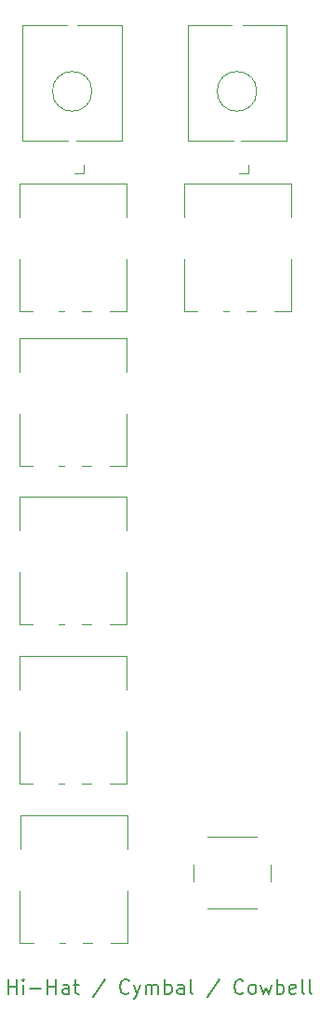
<source format=gbr>
%TF.GenerationSoftware,KiCad,Pcbnew,(6.0.0-0)*%
%TF.CreationDate,2022-12-14T00:02:15-05:00*%
%TF.ProjectId,ht-hat-cymbal-cowbell,68742d68-6174-42d6-9379-6d62616c2d63,rev?*%
%TF.SameCoordinates,Original*%
%TF.FileFunction,Legend,Top*%
%TF.FilePolarity,Positive*%
%FSLAX46Y46*%
G04 Gerber Fmt 4.6, Leading zero omitted, Abs format (unit mm)*
G04 Created by KiCad (PCBNEW (6.0.0-0)) date 2022-12-14 00:02:15*
%MOMM*%
%LPD*%
G01*
G04 APERTURE LIST*
%ADD10C,0.150000*%
%ADD11C,0.120000*%
G04 APERTURE END LIST*
D10*
X53567142Y-135208095D02*
X53567142Y-133908095D01*
X53567142Y-134527142D02*
X54310000Y-134527142D01*
X54310000Y-135208095D02*
X54310000Y-133908095D01*
X54929047Y-135208095D02*
X54929047Y-134341428D01*
X54929047Y-133908095D02*
X54867142Y-133970000D01*
X54929047Y-134031904D01*
X54990952Y-133970000D01*
X54929047Y-133908095D01*
X54929047Y-134031904D01*
X55548095Y-134712857D02*
X56538571Y-134712857D01*
X57157619Y-135208095D02*
X57157619Y-133908095D01*
X57157619Y-134527142D02*
X57900476Y-134527142D01*
X57900476Y-135208095D02*
X57900476Y-133908095D01*
X59076666Y-135208095D02*
X59076666Y-134527142D01*
X59014761Y-134403333D01*
X58890952Y-134341428D01*
X58643333Y-134341428D01*
X58519523Y-134403333D01*
X59076666Y-135146190D02*
X58952857Y-135208095D01*
X58643333Y-135208095D01*
X58519523Y-135146190D01*
X58457619Y-135022380D01*
X58457619Y-134898571D01*
X58519523Y-134774761D01*
X58643333Y-134712857D01*
X58952857Y-134712857D01*
X59076666Y-134650952D01*
X59510000Y-134341428D02*
X60005238Y-134341428D01*
X59695714Y-133908095D02*
X59695714Y-135022380D01*
X59757619Y-135146190D01*
X59881428Y-135208095D01*
X60005238Y-135208095D01*
X62357619Y-133846190D02*
X61243333Y-135517619D01*
X64524285Y-135084285D02*
X64462380Y-135146190D01*
X64276666Y-135208095D01*
X64152857Y-135208095D01*
X63967142Y-135146190D01*
X63843333Y-135022380D01*
X63781428Y-134898571D01*
X63719523Y-134650952D01*
X63719523Y-134465238D01*
X63781428Y-134217619D01*
X63843333Y-134093809D01*
X63967142Y-133970000D01*
X64152857Y-133908095D01*
X64276666Y-133908095D01*
X64462380Y-133970000D01*
X64524285Y-134031904D01*
X64957619Y-134341428D02*
X65267142Y-135208095D01*
X65576666Y-134341428D02*
X65267142Y-135208095D01*
X65143333Y-135517619D01*
X65081428Y-135579523D01*
X64957619Y-135641428D01*
X66071904Y-135208095D02*
X66071904Y-134341428D01*
X66071904Y-134465238D02*
X66133809Y-134403333D01*
X66257619Y-134341428D01*
X66443333Y-134341428D01*
X66567142Y-134403333D01*
X66629047Y-134527142D01*
X66629047Y-135208095D01*
X66629047Y-134527142D02*
X66690952Y-134403333D01*
X66814761Y-134341428D01*
X67000476Y-134341428D01*
X67124285Y-134403333D01*
X67186190Y-134527142D01*
X67186190Y-135208095D01*
X67805238Y-135208095D02*
X67805238Y-133908095D01*
X67805238Y-134403333D02*
X67929047Y-134341428D01*
X68176666Y-134341428D01*
X68300476Y-134403333D01*
X68362380Y-134465238D01*
X68424285Y-134589047D01*
X68424285Y-134960476D01*
X68362380Y-135084285D01*
X68300476Y-135146190D01*
X68176666Y-135208095D01*
X67929047Y-135208095D01*
X67805238Y-135146190D01*
X69538571Y-135208095D02*
X69538571Y-134527142D01*
X69476666Y-134403333D01*
X69352857Y-134341428D01*
X69105238Y-134341428D01*
X68981428Y-134403333D01*
X69538571Y-135146190D02*
X69414761Y-135208095D01*
X69105238Y-135208095D01*
X68981428Y-135146190D01*
X68919523Y-135022380D01*
X68919523Y-134898571D01*
X68981428Y-134774761D01*
X69105238Y-134712857D01*
X69414761Y-134712857D01*
X69538571Y-134650952D01*
X70343333Y-135208095D02*
X70219523Y-135146190D01*
X70157619Y-135022380D01*
X70157619Y-133908095D01*
X72757619Y-133846190D02*
X71643333Y-135517619D01*
X74924285Y-135084285D02*
X74862380Y-135146190D01*
X74676666Y-135208095D01*
X74552857Y-135208095D01*
X74367142Y-135146190D01*
X74243333Y-135022380D01*
X74181428Y-134898571D01*
X74119523Y-134650952D01*
X74119523Y-134465238D01*
X74181428Y-134217619D01*
X74243333Y-134093809D01*
X74367142Y-133970000D01*
X74552857Y-133908095D01*
X74676666Y-133908095D01*
X74862380Y-133970000D01*
X74924285Y-134031904D01*
X75667142Y-135208095D02*
X75543333Y-135146190D01*
X75481428Y-135084285D01*
X75419523Y-134960476D01*
X75419523Y-134589047D01*
X75481428Y-134465238D01*
X75543333Y-134403333D01*
X75667142Y-134341428D01*
X75852857Y-134341428D01*
X75976666Y-134403333D01*
X76038571Y-134465238D01*
X76100476Y-134589047D01*
X76100476Y-134960476D01*
X76038571Y-135084285D01*
X75976666Y-135146190D01*
X75852857Y-135208095D01*
X75667142Y-135208095D01*
X76533809Y-134341428D02*
X76781428Y-135208095D01*
X77029047Y-134589047D01*
X77276666Y-135208095D01*
X77524285Y-134341428D01*
X78019523Y-135208095D02*
X78019523Y-133908095D01*
X78019523Y-134403333D02*
X78143333Y-134341428D01*
X78390952Y-134341428D01*
X78514761Y-134403333D01*
X78576666Y-134465238D01*
X78638571Y-134589047D01*
X78638571Y-134960476D01*
X78576666Y-135084285D01*
X78514761Y-135146190D01*
X78390952Y-135208095D01*
X78143333Y-135208095D01*
X78019523Y-135146190D01*
X79690952Y-135146190D02*
X79567142Y-135208095D01*
X79319523Y-135208095D01*
X79195714Y-135146190D01*
X79133809Y-135022380D01*
X79133809Y-134527142D01*
X79195714Y-134403333D01*
X79319523Y-134341428D01*
X79567142Y-134341428D01*
X79690952Y-134403333D01*
X79752857Y-134527142D01*
X79752857Y-134650952D01*
X79133809Y-134774761D01*
X80495714Y-135208095D02*
X80371904Y-135146190D01*
X80310000Y-135022380D01*
X80310000Y-133908095D01*
X81176666Y-135208095D02*
X81052857Y-135146190D01*
X80990952Y-135022380D01*
X80990952Y-133908095D01*
D11*
%TO.C,RV3*%
X64296000Y-87209250D02*
X62806000Y-87209250D01*
X58636000Y-87209250D02*
X58106000Y-87209250D01*
X64296000Y-78679250D02*
X64296000Y-75619250D01*
X64296000Y-75619250D02*
X54556000Y-75619250D01*
X54556000Y-78679250D02*
X54556000Y-75619250D01*
X54546000Y-87209250D02*
X54546000Y-82489250D01*
X61086000Y-87209250D02*
X60256000Y-87209250D01*
X55736000Y-87209250D02*
X54556000Y-87209250D01*
X64296000Y-87209250D02*
X64296000Y-82489250D01*
%TO.C,RV6*%
X58706000Y-130558000D02*
X58176000Y-130558000D01*
X64366000Y-130558000D02*
X62876000Y-130558000D01*
X64366000Y-122028000D02*
X64366000Y-118968000D01*
X54626000Y-122028000D02*
X54626000Y-118968000D01*
X61156000Y-130558000D02*
X60326000Y-130558000D01*
X64366000Y-130558000D02*
X64366000Y-125838000D01*
X55806000Y-130558000D02*
X54626000Y-130558000D01*
X54616000Y-130558000D02*
X54616000Y-125838000D01*
X64366000Y-118968000D02*
X54626000Y-118968000D01*
%TO.C,RV1*%
X79296000Y-61564000D02*
X69556000Y-61564000D01*
X79296000Y-73154000D02*
X77806000Y-73154000D01*
X70736000Y-73154000D02*
X69556000Y-73154000D01*
X73636000Y-73154000D02*
X73106000Y-73154000D01*
X69556000Y-64624000D02*
X69556000Y-61564000D01*
X69546000Y-73154000D02*
X69546000Y-68434000D01*
X79296000Y-73154000D02*
X79296000Y-68434000D01*
X76086000Y-73154000D02*
X75256000Y-73154000D01*
X79296000Y-64624000D02*
X79296000Y-61564000D01*
%TO.C,J1*%
X60426000Y-60660000D02*
X60426000Y-59860000D01*
X54866000Y-47180000D02*
X58866000Y-47180000D01*
X54866000Y-57680000D02*
X59016000Y-57680000D01*
X63866000Y-57680000D02*
X63866000Y-47180000D01*
X54866000Y-57680000D02*
X54866000Y-47180000D01*
X60426000Y-60660000D02*
X59566000Y-60660000D01*
X59716000Y-57680000D02*
X63866000Y-57680000D01*
X59866000Y-47180000D02*
X63866000Y-47180000D01*
X61166000Y-53180000D02*
G75*
G03*
X61166000Y-53180000I-1800000J0D01*
G01*
%TO.C,RV2*%
X61086000Y-73154000D02*
X60256000Y-73154000D01*
X54546000Y-73154000D02*
X54546000Y-68434000D01*
X58636000Y-73154000D02*
X58106000Y-73154000D01*
X64296000Y-73154000D02*
X62806000Y-73154000D01*
X64296000Y-64624000D02*
X64296000Y-61564000D01*
X55736000Y-73154000D02*
X54556000Y-73154000D01*
X54556000Y-64624000D02*
X54556000Y-61564000D01*
X64296000Y-61564000D02*
X54556000Y-61564000D01*
X64296000Y-73154000D02*
X64296000Y-68434000D01*
%TO.C,SW1*%
X77414000Y-124956000D02*
X77414000Y-123456000D01*
X76164000Y-120956000D02*
X71664000Y-120956000D01*
X71664000Y-127456000D02*
X76164000Y-127456000D01*
X70414000Y-123456000D02*
X70414000Y-124956000D01*
%TO.C,RV4*%
X55746000Y-101619000D02*
X54566000Y-101619000D01*
X64306000Y-101619000D02*
X62816000Y-101619000D01*
X61096000Y-101619000D02*
X60266000Y-101619000D01*
X54556000Y-101619000D02*
X54556000Y-96899000D01*
X64306000Y-101619000D02*
X64306000Y-96899000D01*
X64306000Y-93089000D02*
X64306000Y-90029000D01*
X54566000Y-93089000D02*
X54566000Y-90029000D01*
X64306000Y-90029000D02*
X54566000Y-90029000D01*
X58646000Y-101619000D02*
X58116000Y-101619000D01*
%TO.C,RV5*%
X54566000Y-107567000D02*
X54566000Y-104507000D01*
X64306000Y-107567000D02*
X64306000Y-104507000D01*
X64306000Y-104507000D02*
X54566000Y-104507000D01*
X58646000Y-116097000D02*
X58116000Y-116097000D01*
X61096000Y-116097000D02*
X60266000Y-116097000D01*
X54556000Y-116097000D02*
X54556000Y-111377000D01*
X55746000Y-116097000D02*
X54566000Y-116097000D01*
X64306000Y-116097000D02*
X64306000Y-111377000D01*
X64306000Y-116097000D02*
X62816000Y-116097000D01*
%TO.C,J2*%
X74866000Y-47180000D02*
X78866000Y-47180000D01*
X69866000Y-57680000D02*
X69866000Y-47180000D01*
X69866000Y-57680000D02*
X74016000Y-57680000D01*
X75426000Y-60660000D02*
X75426000Y-59860000D01*
X75426000Y-60660000D02*
X74566000Y-60660000D01*
X78866000Y-57680000D02*
X78866000Y-47180000D01*
X69866000Y-47180000D02*
X73866000Y-47180000D01*
X74716000Y-57680000D02*
X78866000Y-57680000D01*
X76166000Y-53180000D02*
G75*
G03*
X76166000Y-53180000I-1800000J0D01*
G01*
%TD*%
M02*

</source>
